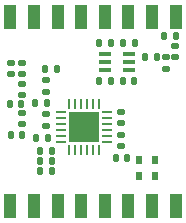
<source format=gbr>
%TF.GenerationSoftware,KiCad,Pcbnew,(6.0.0)*%
%TF.CreationDate,2023-04-21T15:57:25-05:00*%
%TF.ProjectId,SX1262,53583132-3632-42e6-9b69-6361645f7063,rev?*%
%TF.SameCoordinates,Original*%
%TF.FileFunction,Soldermask,Top*%
%TF.FilePolarity,Negative*%
%FSLAX46Y46*%
G04 Gerber Fmt 4.6, Leading zero omitted, Abs format (unit mm)*
G04 Created by KiCad (PCBNEW (6.0.0)) date 2023-04-21 15:57:25*
%MOMM*%
%LPD*%
G01*
G04 APERTURE LIST*
G04 Aperture macros list*
%AMRoundRect*
0 Rectangle with rounded corners*
0 $1 Rounding radius*
0 $2 $3 $4 $5 $6 $7 $8 $9 X,Y pos of 4 corners*
0 Add a 4 corners polygon primitive as box body*
4,1,4,$2,$3,$4,$5,$6,$7,$8,$9,$2,$3,0*
0 Add four circle primitives for the rounded corners*
1,1,$1+$1,$2,$3*
1,1,$1+$1,$4,$5*
1,1,$1+$1,$6,$7*
1,1,$1+$1,$8,$9*
0 Add four rect primitives between the rounded corners*
20,1,$1+$1,$2,$3,$4,$5,0*
20,1,$1+$1,$4,$5,$6,$7,0*
20,1,$1+$1,$6,$7,$8,$9,0*
20,1,$1+$1,$8,$9,$2,$3,0*%
G04 Aperture macros list end*
%ADD10R,0.260000X0.840000*%
%ADD11R,0.840000X0.260000*%
%ADD12R,2.600000X2.600000*%
%ADD13RoundRect,0.135000X-0.135000X-0.185000X0.135000X-0.185000X0.135000X0.185000X-0.135000X0.185000X0*%
%ADD14RoundRect,0.135000X0.135000X0.185000X-0.135000X0.185000X-0.135000X-0.185000X0.135000X-0.185000X0*%
%ADD15R,1.000000X2.000000*%
%ADD16RoundRect,0.140000X0.140000X0.170000X-0.140000X0.170000X-0.140000X-0.170000X0.140000X-0.170000X0*%
%ADD17RoundRect,0.140000X-0.170000X0.140000X-0.170000X-0.140000X0.170000X-0.140000X0.170000X0.140000X0*%
%ADD18RoundRect,0.147500X0.172500X-0.147500X0.172500X0.147500X-0.172500X0.147500X-0.172500X-0.147500X0*%
%ADD19RoundRect,0.147500X-0.172500X0.147500X-0.172500X-0.147500X0.172500X-0.147500X0.172500X0.147500X0*%
%ADD20RoundRect,0.140000X-0.140000X-0.170000X0.140000X-0.170000X0.140000X0.170000X-0.140000X0.170000X0*%
%ADD21RoundRect,0.147500X0.147500X0.172500X-0.147500X0.172500X-0.147500X-0.172500X0.147500X-0.172500X0*%
%ADD22O,1.050000X0.400000*%
%ADD23R,0.609600X0.762000*%
%ADD24RoundRect,0.147500X-0.147500X-0.172500X0.147500X-0.172500X0.147500X0.172500X-0.147500X0.172500X0*%
G04 APERTURE END LIST*
D10*
%TO.C,U101*%
X146520000Y-70480000D03*
X147020000Y-70480000D03*
X147520000Y-70480000D03*
X148020000Y-70480000D03*
X148520000Y-70480000D03*
X149020000Y-70480000D03*
D11*
X149715000Y-69785000D03*
X149715000Y-69285000D03*
X149715000Y-68785000D03*
X149715000Y-68285000D03*
X149715000Y-67785000D03*
X149715000Y-67285000D03*
D10*
X149020000Y-66590000D03*
X148520000Y-66590000D03*
X148020000Y-66590000D03*
X147520000Y-66590000D03*
X147020000Y-66590000D03*
X146520000Y-66590000D03*
D11*
X145825000Y-67285000D03*
X145825000Y-67785000D03*
X145825000Y-68285000D03*
X145825000Y-68785000D03*
X145825000Y-69285000D03*
X145825000Y-69785000D03*
D12*
X147770000Y-68535000D03*
%TD*%
D13*
%TO.C,R102*%
X149060000Y-64620000D03*
X150080000Y-64620000D03*
%TD*%
D14*
%TO.C,R101*%
X150080000Y-61420000D03*
X149060000Y-61420000D03*
%TD*%
D15*
%TO.C,U103*%
X141520000Y-75200000D03*
X143520000Y-75200000D03*
X145520000Y-75200000D03*
X147520000Y-75200000D03*
X149520000Y-75200000D03*
X151520000Y-75200000D03*
X153520000Y-75200000D03*
X155520000Y-75200000D03*
X155520000Y-59200000D03*
X153520000Y-59200000D03*
X151520000Y-59200000D03*
X149520000Y-59200000D03*
X147520000Y-59200000D03*
X145520000Y-59200000D03*
X143520000Y-59200000D03*
X141520000Y-59200000D03*
%TD*%
D16*
%TO.C,C105*%
X145450000Y-63630000D03*
X144490000Y-63630000D03*
%TD*%
%TO.C,C102*%
X145010000Y-70515000D03*
X144050000Y-70515000D03*
%TD*%
D17*
%TO.C,C103*%
X144530000Y-64585000D03*
X144530000Y-65545000D03*
%TD*%
%TO.C,C110*%
X142505000Y-64850000D03*
X142505000Y-65810000D03*
%TD*%
D18*
%TO.C,L105*%
X142505000Y-64050000D03*
X142505000Y-63080000D03*
%TD*%
D16*
%TO.C,C112*%
X152030000Y-64620000D03*
X151070000Y-64620000D03*
%TD*%
%TO.C,C104*%
X145010000Y-71365000D03*
X144050000Y-71365000D03*
%TD*%
D17*
%TO.C,C113*%
X141605000Y-63085000D03*
X141605000Y-64045000D03*
%TD*%
D19*
%TO.C,L106*%
X150930000Y-69180000D03*
X150930000Y-70150000D03*
%TD*%
D20*
%TO.C,C109*%
X151090000Y-61420000D03*
X152050000Y-61420000D03*
%TD*%
D21*
%TO.C,L102*%
X144690000Y-69465000D03*
X143720000Y-69465000D03*
%TD*%
D19*
%TO.C,L101*%
X144530000Y-67455000D03*
X144530000Y-68425000D03*
%TD*%
D22*
%TO.C,U102*%
X149570000Y-62370000D03*
X149570000Y-63020000D03*
X149570000Y-63670000D03*
X151570000Y-63670000D03*
X151570000Y-63020000D03*
X151570000Y-62370000D03*
%TD*%
D20*
%TO.C,C115*%
X150430000Y-71165000D03*
X151390000Y-71165000D03*
%TD*%
%TO.C,C108*%
X141480000Y-66540000D03*
X142440000Y-66540000D03*
%TD*%
D23*
%TO.C,XTAL101*%
X152415000Y-72683100D03*
X153765000Y-72683100D03*
X153765000Y-71336900D03*
X152415000Y-71336900D03*
%TD*%
D20*
%TO.C,C114*%
X152950000Y-62630000D03*
X153910000Y-62630000D03*
%TD*%
D24*
%TO.C,L103*%
X144045000Y-72265000D03*
X145015000Y-72265000D03*
%TD*%
D18*
%TO.C,L104*%
X142510000Y-68295000D03*
X142510000Y-67325000D03*
%TD*%
D17*
%TO.C,C116*%
X154660000Y-62610000D03*
X154660000Y-63570000D03*
%TD*%
D20*
%TO.C,C101*%
X143650000Y-66465000D03*
X144610000Y-66465000D03*
%TD*%
D18*
%TO.C,L107*%
X155500000Y-62615000D03*
X155500000Y-61645000D03*
%TD*%
D17*
%TO.C,C111*%
X150880000Y-67235000D03*
X150880000Y-68195000D03*
%TD*%
D20*
%TO.C,C117*%
X154560000Y-60830000D03*
X155520000Y-60830000D03*
%TD*%
D16*
%TO.C,C107*%
X142530000Y-69160000D03*
X141570000Y-69160000D03*
%TD*%
M02*

</source>
